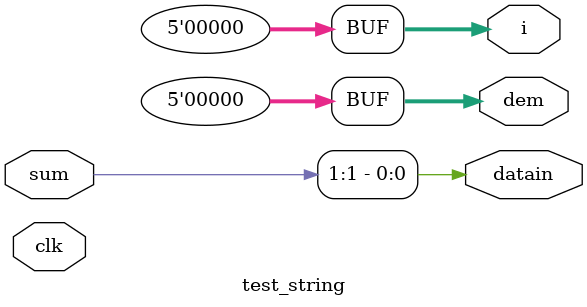
<source format=v>
module test_string (clk, sum,dem, datain, i);
input clk;
output [4:0] i;
input [23:0] sum;
output datain;
output [4:0] dem;

reg [4:0] dem;
reg [1:0] state, nstate;

reg datain;
parameter start = 2'b00;
parameter got0 = 2'b01;
parameter got1 = 2'b10;

always @(state or datain or i) begin
case (state)
   
   start:
	 if(datain)
     nstate = got1;
	 else
     nstate = got0;
	got0:
     if(datain)
     nstate = got1;
	 else
     nstate = got0;
	got1:
     nstate = start;
	 default nstate = start;
	endcase
end	

always @(state or i) begin
case (state)
   
	got1:
     dem = i;
	 default dem = 1'b0;
	endcase
end

always @(posedge clk) begin
   state = nstate;
	end

reg [4:0] i;

always @(sum) begin 
for (i = 5'd22; i > 0; i= i-5'd1) 
	datain = sum[i];
	end
endmodule
</source>
